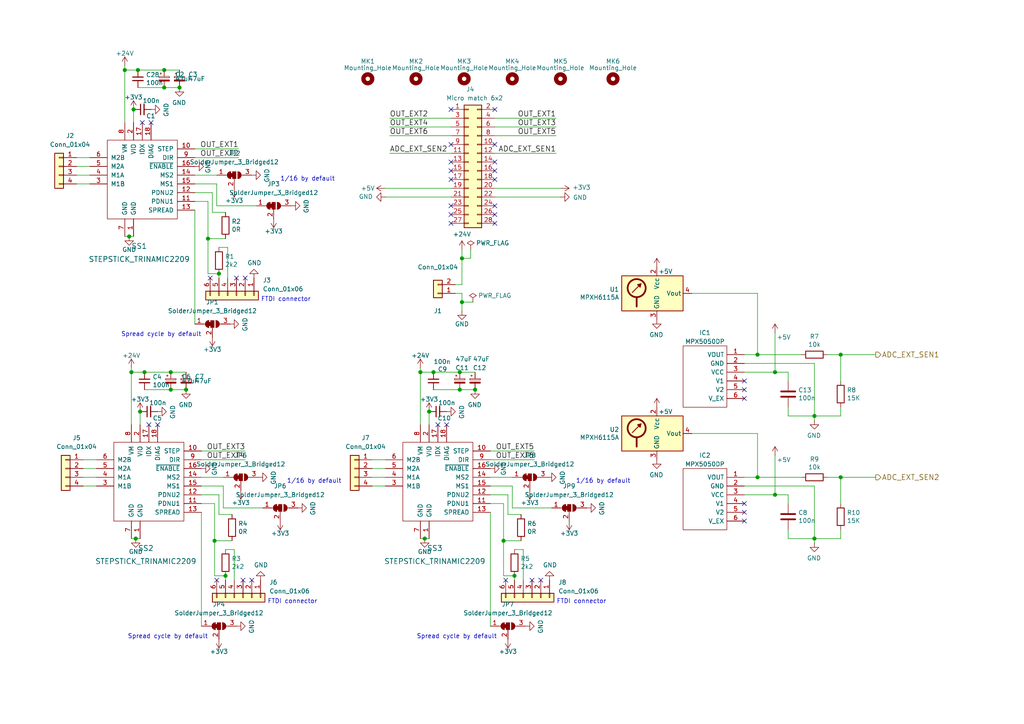
<source format=kicad_sch>
(kicad_sch (version 20210126) (generator eeschema)
  (paper "A4")
  (junction (at 36.195 20.32) (diameter 1.016))
  (junction (at 37.465 68.58) (diameter 1.016))
  (junction (at 38.1 107.95) (diameter 1.016))
  (junction (at 38.735 31.75) (diameter 1.016))
  (junction (at 39.37 156.21) (diameter 1.016))
  (junction (at 40.005 20.32) (diameter 1.016))
  (junction (at 40.64 119.38) (diameter 1.016))
  (junction (at 41.91 107.95) (diameter 1.016))
  (junction (at 47.625 20.32) (diameter 1.016))
  (junction (at 47.625 25.4) (diameter 1.016))
  (junction (at 49.53 107.95) (diameter 1.016))
  (junction (at 49.53 113.03) (diameter 1.016))
  (junction (at 52.07 25.4) (diameter 1.016))
  (junction (at 53.975 113.03) (diameter 1.016))
  (junction (at 60.325 69.215) (diameter 1.016))
  (junction (at 62.23 156.845) (diameter 1.016))
  (junction (at 63.5 79.375) (diameter 1.016))
  (junction (at 65.405 167.005) (diameter 1.016))
  (junction (at 121.92 107.95) (diameter 1.016))
  (junction (at 123.19 156.21) (diameter 1.016))
  (junction (at 124.46 119.38) (diameter 1.016))
  (junction (at 125.73 107.95) (diameter 1.016))
  (junction (at 133.35 107.95) (diameter 1.016))
  (junction (at 133.35 113.03) (diameter 1.016))
  (junction (at 133.985 74.93) (diameter 1.016))
  (junction (at 133.985 87.63) (diameter 1.016))
  (junction (at 137.795 113.03) (diameter 1.016))
  (junction (at 146.05 156.845) (diameter 1.016))
  (junction (at 149.225 167.005) (diameter 1.016))
  (junction (at 219.71 102.87) (diameter 1.016))
  (junction (at 219.71 138.43) (diameter 1.016))
  (junction (at 224.79 107.95) (diameter 1.016))
  (junction (at 224.79 143.51) (diameter 1.016))
  (junction (at 236.22 120.65) (diameter 1.016))
  (junction (at 236.22 156.21) (diameter 1.016))
  (junction (at 243.84 102.87) (diameter 1.016))
  (junction (at 243.84 138.43) (diameter 1.016))
  (no_connect (at 41.275 35.56))
  (no_connect (at 43.18 123.19))
  (no_connect (at 43.815 35.56))
  (no_connect (at 45.72 123.19))
  (no_connect (at 60.96 80.645))
  (no_connect (at 62.865 168.275))
  (no_connect (at 68.58 80.645))
  (no_connect (at 70.485 168.275))
  (no_connect (at 71.12 80.645))
  (no_connect (at 73.025 168.275))
  (no_connect (at 127 123.19))
  (no_connect (at 129.54 123.19))
  (no_connect (at 130.81 31.75))
  (no_connect (at 130.81 41.91))
  (no_connect (at 130.81 46.99))
  (no_connect (at 130.81 49.53))
  (no_connect (at 130.81 52.07))
  (no_connect (at 130.81 59.69))
  (no_connect (at 130.81 62.23))
  (no_connect (at 130.81 64.77))
  (no_connect (at 143.51 31.75))
  (no_connect (at 143.51 41.91))
  (no_connect (at 143.51 46.99))
  (no_connect (at 143.51 49.53))
  (no_connect (at 143.51 52.07))
  (no_connect (at 143.51 59.69))
  (no_connect (at 143.51 62.23))
  (no_connect (at 143.51 64.77))
  (no_connect (at 146.685 168.275))
  (no_connect (at 154.305 168.275))
  (no_connect (at 156.845 168.275))
  (no_connect (at 215.9 110.49))
  (no_connect (at 215.9 113.03))
  (no_connect (at 215.9 115.57))
  (no_connect (at 215.9 146.05))
  (no_connect (at 215.9 148.59))
  (no_connect (at 215.9 151.13))
  (wire (pts (xy 22.225 45.72) (xy 26.035 45.72)))
  (wire (pts (xy 22.225 48.26) (xy 26.035 48.26)))
  (wire (pts (xy 22.225 50.8) (xy 26.035 50.8)))
  (wire (pts (xy 22.225 53.34) (xy 26.035 53.34)))
  (wire (pts (xy 24.13 133.35) (xy 27.94 133.35)))
  (wire (pts (xy 24.13 135.89) (xy 27.94 135.89)))
  (wire (pts (xy 24.13 138.43) (xy 27.94 138.43)))
  (wire (pts (xy 24.13 140.97) (xy 27.94 140.97)))
  (wire (pts (xy 36.195 19.05) (xy 36.195 20.32)))
  (wire (pts (xy 36.195 20.32) (xy 36.195 35.56)))
  (wire (pts (xy 36.195 20.32) (xy 40.005 20.32)))
  (wire (pts (xy 37.465 68.58) (xy 36.195 68.58)))
  (wire (pts (xy 38.1 106.68) (xy 38.1 107.95)))
  (wire (pts (xy 38.1 107.95) (xy 38.1 123.19)))
  (wire (pts (xy 38.1 107.95) (xy 41.91 107.95)))
  (wire (pts (xy 38.735 31.75) (xy 38.735 35.56)))
  (wire (pts (xy 38.735 68.58) (xy 37.465 68.58)))
  (wire (pts (xy 39.37 156.21) (xy 38.1 156.21)))
  (wire (pts (xy 40.005 20.32) (xy 47.625 20.32)))
  (wire (pts (xy 40.005 25.4) (xy 47.625 25.4)))
  (wire (pts (xy 40.64 119.38) (xy 40.64 123.19)))
  (wire (pts (xy 40.64 156.21) (xy 39.37 156.21)))
  (wire (pts (xy 41.91 107.95) (xy 49.53 107.95)))
  (wire (pts (xy 41.91 113.03) (xy 49.53 113.03)))
  (wire (pts (xy 47.625 20.32) (xy 52.07 20.32)))
  (wire (pts (xy 49.53 107.95) (xy 53.975 107.95)))
  (wire (pts (xy 49.53 113.03) (xy 53.975 113.03)))
  (wire (pts (xy 52.07 25.4) (xy 47.625 25.4)))
  (wire (pts (xy 56.515 43.18) (xy 69.215 43.18)))
  (wire (pts (xy 56.515 45.72) (xy 69.215 45.72)))
  (wire (pts (xy 56.515 50.8) (xy 62.865 50.8)))
  (wire (pts (xy 56.515 53.34) (xy 62.865 53.34)))
  (wire (pts (xy 56.515 55.88) (xy 61.595 55.88)))
  (wire (pts (xy 56.515 58.42) (xy 60.325 58.42)))
  (wire (pts (xy 56.515 60.96) (xy 56.515 93.98)))
  (wire (pts (xy 58.42 130.81) (xy 71.12 130.81)))
  (wire (pts (xy 58.42 133.35) (xy 71.12 133.35)))
  (wire (pts (xy 58.42 138.43) (xy 64.77 138.43)))
  (wire (pts (xy 58.42 140.97) (xy 64.77 140.97)))
  (wire (pts (xy 58.42 143.51) (xy 63.5 143.51)))
  (wire (pts (xy 58.42 146.05) (xy 62.23 146.05)))
  (wire (pts (xy 58.42 148.59) (xy 58.42 181.61)))
  (wire (pts (xy 60.325 58.42) (xy 60.325 69.215)))
  (wire (pts (xy 60.325 69.215) (xy 65.405 69.215)))
  (wire (pts (xy 60.325 79.375) (xy 60.325 69.215)))
  (wire (pts (xy 60.325 79.375) (xy 63.5 79.375)))
  (wire (pts (xy 61.595 55.88) (xy 61.595 61.595)))
  (wire (pts (xy 62.23 146.05) (xy 62.23 156.845)))
  (wire (pts (xy 62.23 156.845) (xy 67.31 156.845)))
  (wire (pts (xy 62.23 167.005) (xy 62.23 156.845)))
  (wire (pts (xy 62.23 167.005) (xy 65.405 167.005)))
  (wire (pts (xy 62.865 53.34) (xy 62.865 59.69)))
  (wire (pts (xy 62.865 59.69) (xy 74.295 59.69)))
  (wire (pts (xy 63.5 71.755) (xy 66.04 71.755)))
  (wire (pts (xy 63.5 79.375) (xy 63.5 80.645)))
  (wire (pts (xy 63.5 143.51) (xy 63.5 149.225)))
  (wire (pts (xy 64.77 140.97) (xy 64.77 147.32)))
  (wire (pts (xy 64.77 147.32) (xy 76.2 147.32)))
  (wire (pts (xy 65.405 61.595) (xy 61.595 61.595)))
  (wire (pts (xy 65.405 159.385) (xy 67.945 159.385)))
  (wire (pts (xy 65.405 167.005) (xy 65.405 168.275)))
  (wire (pts (xy 66.04 71.755) (xy 66.04 80.645)))
  (wire (pts (xy 67.31 149.225) (xy 63.5 149.225)))
  (wire (pts (xy 67.945 159.385) (xy 67.945 168.275)))
  (wire (pts (xy 107.95 133.35) (xy 111.76 133.35)))
  (wire (pts (xy 107.95 135.89) (xy 111.76 135.89)))
  (wire (pts (xy 107.95 138.43) (xy 111.76 138.43)))
  (wire (pts (xy 107.95 140.97) (xy 111.76 140.97)))
  (wire (pts (xy 111.76 54.61) (xy 130.81 54.61)))
  (wire (pts (xy 111.76 57.15) (xy 130.81 57.15)))
  (wire (pts (xy 113.03 34.29) (xy 130.81 34.29)))
  (wire (pts (xy 113.03 36.83) (xy 130.81 36.83)))
  (wire (pts (xy 113.03 39.37) (xy 130.81 39.37)))
  (wire (pts (xy 113.03 44.45) (xy 130.81 44.45)))
  (wire (pts (xy 121.92 106.68) (xy 121.92 107.95)))
  (wire (pts (xy 121.92 107.95) (xy 121.92 123.19)))
  (wire (pts (xy 121.92 107.95) (xy 125.73 107.95)))
  (wire (pts (xy 123.19 156.21) (xy 121.92 156.21)))
  (wire (pts (xy 124.46 119.38) (xy 124.46 123.19)))
  (wire (pts (xy 124.46 156.21) (xy 123.19 156.21)))
  (wire (pts (xy 125.73 107.95) (xy 133.35 107.95)))
  (wire (pts (xy 125.73 113.03) (xy 133.35 113.03)))
  (wire (pts (xy 132.08 82.55) (xy 133.985 82.55)))
  (wire (pts (xy 132.08 85.09) (xy 133.985 85.09)))
  (wire (pts (xy 133.35 107.95) (xy 137.795 107.95)))
  (wire (pts (xy 133.35 113.03) (xy 137.795 113.03)))
  (wire (pts (xy 133.985 72.39) (xy 133.985 74.93)))
  (wire (pts (xy 133.985 74.93) (xy 133.985 82.55)))
  (wire (pts (xy 133.985 74.93) (xy 136.525 74.93)))
  (wire (pts (xy 133.985 85.09) (xy 133.985 87.63)))
  (wire (pts (xy 133.985 87.63) (xy 133.985 90.17)))
  (wire (pts (xy 133.985 87.63) (xy 137.16 87.63)))
  (wire (pts (xy 136.525 72.39) (xy 136.525 74.93)))
  (wire (pts (xy 142.24 130.81) (xy 154.94 130.81)))
  (wire (pts (xy 142.24 133.35) (xy 154.94 133.35)))
  (wire (pts (xy 142.24 138.43) (xy 148.59 138.43)))
  (wire (pts (xy 142.24 140.97) (xy 148.59 140.97)))
  (wire (pts (xy 142.24 143.51) (xy 147.32 143.51)))
  (wire (pts (xy 142.24 146.05) (xy 146.05 146.05)))
  (wire (pts (xy 142.24 148.59) (xy 142.24 181.61)))
  (wire (pts (xy 143.51 34.29) (xy 161.29 34.29)))
  (wire (pts (xy 143.51 36.83) (xy 161.29 36.83)))
  (wire (pts (xy 143.51 39.37) (xy 161.29 39.37)))
  (wire (pts (xy 143.51 44.45) (xy 161.29 44.45)))
  (wire (pts (xy 143.51 54.61) (xy 162.56 54.61)))
  (wire (pts (xy 143.51 57.15) (xy 162.56 57.15)))
  (wire (pts (xy 146.05 146.05) (xy 146.05 156.845)))
  (wire (pts (xy 146.05 156.845) (xy 151.13 156.845)))
  (wire (pts (xy 146.05 167.005) (xy 146.05 156.845)))
  (wire (pts (xy 146.05 167.005) (xy 149.225 167.005)))
  (wire (pts (xy 147.32 143.51) (xy 147.32 149.225)))
  (wire (pts (xy 148.59 140.97) (xy 148.59 147.32)))
  (wire (pts (xy 148.59 147.32) (xy 160.02 147.32)))
  (wire (pts (xy 149.225 159.385) (xy 151.765 159.385)))
  (wire (pts (xy 149.225 167.005) (xy 149.225 168.275)))
  (wire (pts (xy 151.13 149.225) (xy 147.32 149.225)))
  (wire (pts (xy 151.765 159.385) (xy 151.765 168.275)))
  (wire (pts (xy 200.66 85.09) (xy 219.71 85.09)))
  (wire (pts (xy 200.66 125.73) (xy 219.71 125.73)))
  (wire (pts (xy 215.9 102.87) (xy 219.71 102.87)))
  (wire (pts (xy 215.9 138.43) (xy 219.71 138.43)))
  (wire (pts (xy 219.71 85.09) (xy 219.71 102.87)))
  (wire (pts (xy 219.71 102.87) (xy 232.41 102.87)))
  (wire (pts (xy 219.71 125.73) (xy 219.71 138.43)))
  (wire (pts (xy 219.71 138.43) (xy 232.41 138.43)))
  (wire (pts (xy 224.79 96.52) (xy 224.79 107.95)))
  (wire (pts (xy 224.79 107.95) (xy 215.9 107.95)))
  (wire (pts (xy 224.79 132.08) (xy 224.79 143.51)))
  (wire (pts (xy 224.79 143.51) (xy 215.9 143.51)))
  (wire (pts (xy 228.6 107.95) (xy 224.79 107.95)))
  (wire (pts (xy 228.6 110.49) (xy 228.6 107.95)))
  (wire (pts (xy 228.6 118.11) (xy 228.6 120.65)))
  (wire (pts (xy 228.6 120.65) (xy 236.22 120.65)))
  (wire (pts (xy 228.6 143.51) (xy 224.79 143.51)))
  (wire (pts (xy 228.6 146.05) (xy 228.6 143.51)))
  (wire (pts (xy 228.6 153.67) (xy 228.6 156.21)))
  (wire (pts (xy 228.6 156.21) (xy 236.22 156.21)))
  (wire (pts (xy 236.22 105.41) (xy 215.9 105.41)))
  (wire (pts (xy 236.22 120.65) (xy 236.22 105.41)))
  (wire (pts (xy 236.22 120.65) (xy 236.22 121.92)))
  (wire (pts (xy 236.22 120.65) (xy 243.84 120.65)))
  (wire (pts (xy 236.22 140.97) (xy 215.9 140.97)))
  (wire (pts (xy 236.22 156.21) (xy 236.22 140.97)))
  (wire (pts (xy 236.22 156.21) (xy 236.22 157.48)))
  (wire (pts (xy 236.22 156.21) (xy 243.84 156.21)))
  (wire (pts (xy 243.84 102.87) (xy 240.03 102.87)))
  (wire (pts (xy 243.84 102.87) (xy 254 102.87)))
  (wire (pts (xy 243.84 110.49) (xy 243.84 102.87)))
  (wire (pts (xy 243.84 120.65) (xy 243.84 118.11)))
  (wire (pts (xy 243.84 138.43) (xy 240.03 138.43)))
  (wire (pts (xy 243.84 138.43) (xy 254 138.43)))
  (wire (pts (xy 243.84 146.05) (xy 243.84 138.43)))
  (wire (pts (xy 243.84 156.21) (xy 243.84 153.67)))
  (text "Spread cycle by default" (at 58.42 97.79 180) (effects (font (size 1.27 1.27)) (justify right bottom)))
  (text "Spread cycle by default" (at 60.325 185.42 180) (effects (font (size 1.27 1.27)) (justify right bottom)))
  (text "FTDI connector" (at 90.17 87.63 180) (effects (font (size 1.27 1.27)) (justify right bottom)))
  (text "FTDI connector" (at 92.075 175.26 180) (effects (font (size 1.27 1.27)) (justify right bottom)))
  (text "1/16 by default\n" (at 97.155 52.705 180) (effects (font (size 1.27 1.27)) (justify right bottom)))
  (text "1/16 by default\n" (at 99.06 140.335 180) (effects (font (size 1.27 1.27)) (justify right bottom)))
  (text "Spread cycle by default" (at 144.145 185.42 180) (effects (font (size 1.27 1.27)) (justify right bottom)))
  (text "FTDI connector" (at 175.895 175.26 180) (effects (font (size 1.27 1.27)) (justify right bottom)))
  (text "1/16 by default\n" (at 182.88 140.335 180) (effects (font (size 1.27 1.27)) (justify right bottom)))
  (label "OUT_EXT1" (at 69.215 43.18 180) (effects (font (size 1.524 1.524))))
  (label "OUT_EXT2" (at 69.215 45.72 180) (effects (font (size 1.524 1.524))))
  (label "OUT_EXT3" (at 71.12 130.81 180) (effects (font (size 1.524 1.524))))
  (label "OUT_EXT4" (at 71.12 133.35 180) (effects (font (size 1.524 1.524))))
  (label "OUT_EXT2" (at 113.03 34.29 0) (effects (font (size 1.524 1.524))))
  (label "OUT_EXT4" (at 113.03 36.83 0) (effects (font (size 1.524 1.524))))
  (label "OUT_EXT6" (at 113.03 39.37 0) (effects (font (size 1.524 1.524))))
  (label "ADC_EXT_SEN2" (at 113.03 44.45 0) (effects (font (size 1.524 1.524))))
  (label "OUT_EXT5" (at 154.94 130.81 180) (effects (font (size 1.524 1.524))))
  (label "OUT_EXT6" (at 154.94 133.35 180) (effects (font (size 1.524 1.524))))
  (label "OUT_EXT1" (at 161.29 34.29 180) (effects (font (size 1.524 1.524))))
  (label "OUT_EXT3" (at 161.29 36.83 180) (effects (font (size 1.524 1.524))))
  (label "OUT_EXT5" (at 161.29 39.37 180) (effects (font (size 1.524 1.524))))
  (label "ADC_EXT_SEN1" (at 161.29 44.45 180) (effects (font (size 1.524 1.524))))
  (hierarchical_label "ADC_EXT_SEN1" (shape output) (at 254 102.87 0) (effects (font (size 1.524 1.524))))
  (hierarchical_label "ADC_EXT_SEN2" (shape output) (at 254 138.43 0) (effects (font (size 1.524 1.524))))
  (symbol (lib_id "Uni_stick-rescue:PWR_FLAG-power-Uni_stick-rescue") (at 136.525 72.39 0) (unit 1)
    (property "Reference" "#FLG02" (effects hide))
    (property "Value" "PWR_FLAG" (at 142.875 70.485 0))
  )
  (symbol (lib_id "Uni_stick-rescue:PWR_FLAG-power-Uni_stick-rescue") (at 137.16 87.63 0) (unit 1)
    (property "Reference" "#FLG01" (effects hide))
    (property "Value" "PWR_FLAG" (at 143.51 85.725 0))
  )
  (symbol (lib_id "Uni_stick-rescue:+24V-Sensor_tank_v1-rescue-Uni_General_v1-rescue-Uni_Printer_v1-rescue-Uni_Printer-rescue-Uni_stick-rescue") (at 36.195 19.05 0) (mirror y) (unit 1)
    (property "Reference" "#PWR03" (effects hide))
    (property "Value" "+24V" (at 36.195 15.494 0))
  )
  (symbol (lib_id "Uni_stick-rescue:+24V-Sensor_tank_v1-rescue-Uni_General_v1-rescue-Uni_Printer_v1-rescue-Uni_Printer-rescue-Uni_stick-rescue") (at 38.1 106.68 0) (mirror y) (unit 1)
    (property "Reference" "#PWR016" (effects hide))
    (property "Value" "+24V" (at 38.1 103.124 0))
  )
  (symbol (lib_id "Uni_stick-rescue:+3.3V-Sensor_tank_v1-rescue-Uni_General_v1-rescue-Uni_Printer_v1-rescue-Uni_Printer-rescue-Uni_stick-rescue") (at 38.735 31.75 0) (mirror y) (unit 1)
    (property "Reference" "#PWR05" (effects hide))
    (property "Value" "+3.3V" (at 38.735 28.194 0))
  )
  (symbol (lib_id "Uni_stick-rescue:+3.3V-Sensor_tank_v1-rescue-Uni_General_v1-rescue-Uni_Printer_v1-rescue-Uni_Printer-rescue-Uni_stick-rescue") (at 40.64 119.38 0) (mirror y) (unit 1)
    (property "Reference" "#PWR018" (effects hide))
    (property "Value" "+3.3V" (at 40.64 115.824 0))
  )
  (symbol (lib_id "Uni_stick-rescue:+3.3V-Sensor_tank_v1-rescue-Uni_General_v1-rescue-Uni_Printer_v1-rescue-Uni_Printer-rescue-Uni_stick-rescue") (at 61.595 97.79 180) (unit 1)
    (property "Reference" "#PWR07" (effects hide))
    (property "Value" "+3.3V" (at 61.595 101.346 0))
  )
  (symbol (lib_id "Uni_stick-rescue:+3.3V-Sensor_tank_v1-rescue-Uni_General_v1-rescue-Uni_Printer_v1-rescue-Uni_Printer-rescue-Uni_stick-rescue") (at 63.5 185.42 180) (unit 1)
    (property "Reference" "#PWR022" (effects hide))
    (property "Value" "+3.3V" (at 63.5 188.976 0))
  )
  (symbol (lib_id "Uni_stick-rescue:+3.3V-Sensor_tank_v1-rescue-Uni_General_v1-rescue-Uni_Printer_v1-rescue-Uni_Printer-rescue-Uni_stick-rescue") (at 67.945 54.61 180) (unit 1)
    (property "Reference" "#PWR09" (effects hide))
    (property "Value" "+3.3V" (at 67.945 58.166 0))
  )
  (symbol (lib_id "Uni_stick-rescue:+3.3V-Sensor_tank_v1-rescue-Uni_General_v1-rescue-Uni_Printer_v1-rescue-Uni_Printer-rescue-Uni_stick-rescue") (at 69.85 142.24 180) (unit 1)
    (property "Reference" "#PWR024" (effects hide))
    (property "Value" "+3.3V" (at 69.85 145.796 0))
  )
  (symbol (lib_id "Uni_stick-rescue:+3.3V-Sensor_tank_v1-rescue-Uni_General_v1-rescue-Uni_Printer_v1-rescue-Uni_Printer-rescue-Uni_stick-rescue") (at 79.375 63.5 180) (unit 1)
    (property "Reference" "#PWR012" (effects hide))
    (property "Value" "+3.3V" (at 79.375 67.056 0))
  )
  (symbol (lib_id "Uni_stick-rescue:+3.3V-Sensor_tank_v1-rescue-Uni_General_v1-rescue-Uni_Printer_v1-rescue-Uni_Printer-rescue-Uni_stick-rescue") (at 81.28 151.13 180) (unit 1)
    (property "Reference" "#PWR027" (effects hide))
    (property "Value" "+3.3V" (at 81.28 154.686 0))
  )
  (symbol (lib_id "Uni_stick-rescue:+5V-power-Uni_stick-rescue") (at 111.76 54.61 90) (unit 1)
    (property "Reference" "#PWR043" (effects hide))
    (property "Value" "+5V" (at 106.68 54.61 90))
  )
  (symbol (lib_id "Uni_stick-rescue:+24V-Sensor_tank_v1-rescue-Uni_General_v1-rescue-Uni_Printer_v1-rescue-Uni_Printer-rescue-Uni_stick-rescue") (at 121.92 106.68 0) (mirror y) (unit 1)
    (property "Reference" "#PWR032" (effects hide))
    (property "Value" "+24V" (at 121.92 103.124 0))
  )
  (symbol (lib_id "Uni_stick-rescue:+3.3V-Sensor_tank_v1-rescue-Uni_General_v1-rescue-Uni_Printer_v1-rescue-Uni_Printer-rescue-Uni_stick-rescue") (at 124.46 119.38 0) (mirror y) (unit 1)
    (property "Reference" "#PWR034" (effects hide))
    (property "Value" "+3.3V" (at 124.46 115.824 0))
  )
  (symbol (lib_id "Uni_stick-rescue:+24V-Sensor_tank_v1-rescue-Uni_General_v1-rescue-Uni_Printer_v1-rescue-Uni_Printer-rescue-Uni_stick-rescue") (at 133.985 72.39 0) (unit 1)
    (property "Reference" "#PWR02" (effects hide))
    (property "Value" "+24V" (at 133.985 67.945 0))
  )
  (symbol (lib_id "Uni_stick-rescue:+3.3V-Sensor_tank_v1-rescue-Uni_General_v1-rescue-Uni_Printer_v1-rescue-Uni_Printer-rescue-Uni_stick-rescue") (at 147.32 185.42 180) (unit 1)
    (property "Reference" "#PWR038" (effects hide))
    (property "Value" "+3.3V" (at 147.32 188.976 0))
  )
  (symbol (lib_id "Uni_stick-rescue:+3.3V-Sensor_tank_v1-rescue-Uni_General_v1-rescue-Uni_Printer_v1-rescue-Uni_Printer-rescue-Uni_stick-rescue") (at 153.67 142.24 180) (unit 1)
    (property "Reference" "#PWR040" (effects hide))
    (property "Value" "+3.3V" (at 153.67 145.796 0))
  )
  (symbol (lib_id "Uni_stick-rescue:+3.3V-Sensor_tank_v1-rescue-Uni_General_v1-rescue-Uni_Printer_v1-rescue-Uni_Printer-rescue-Uni_stick-rescue") (at 162.56 54.61 270) (unit 1)
    (property "Reference" "#PWR014" (effects hide))
    (property "Value" "+3.3V" (at 168.656 54.356 90))
  )
  (symbol (lib_id "Uni_stick-rescue:+3.3V-Sensor_tank_v1-rescue-Uni_General_v1-rescue-Uni_Printer_v1-rescue-Uni_Printer-rescue-Uni_stick-rescue") (at 165.1 151.13 180) (unit 1)
    (property "Reference" "#PWR044" (effects hide))
    (property "Value" "+3.3V" (at 165.1 154.686 0))
  )
  (symbol (lib_id "Uni_stick-rescue:+5V-power-Uni_stick-rescue") (at 190.5 77.47 0) (unit 1)
    (property "Reference" "#PWR0109" (effects hide))
    (property "Value" "+5V" (at 193.04 78.74 0))
  )
  (symbol (lib_id "Uni_stick-rescue:+5V-power-Uni_stick-rescue") (at 190.5 118.11 0) (unit 1)
    (property "Reference" "#PWR0108" (effects hide))
    (property "Value" "+5V" (at 193.04 119.38 0))
  )
  (symbol (lib_id "Uni_stick-rescue:+5V-power-Uni_stick-rescue") (at 224.79 96.52 0) (unit 1)
    (property "Reference" "#PWR046" (effects hide))
    (property "Value" "+5V" (at 227.33 97.79 0))
  )
  (symbol (lib_id "Uni_stick-rescue:+5V-power-Uni_stick-rescue") (at 224.79 132.08 0) (unit 1)
    (property "Reference" "#PWR0104" (effects hide))
    (property "Value" "+5V" (at 227.33 133.35 0))
  )
  (symbol (lib_id "Uni_stick-rescue:GND-Sensor_tank_v1-rescue-Uni_General_v1-rescue-Uni_Printer_v1-rescue-Uni_Printer-rescue-Uni_stick-rescue") (at 37.465 68.58 0) (mirror y) (unit 1)
    (property "Reference" "#PWR04" (effects hide))
    (property "Value" "GND" (at 37.465 72.39 0))
  )
  (symbol (lib_id "Uni_stick-rescue:GND-Sensor_tank_v1-rescue-Uni_General_v1-rescue-Uni_Printer_v1-rescue-Uni_Printer-rescue-Uni_stick-rescue") (at 39.37 156.21 0) (mirror y) (unit 1)
    (property "Reference" "#PWR017" (effects hide))
    (property "Value" "GND" (at 39.37 160.02 0))
  )
  (symbol (lib_id "Uni_stick-rescue:GND-power-Uni_stick-rescue") (at 43.815 31.75 90) (mirror x) (unit 1)
    (property "Reference" "#PWR0101" (effects hide))
    (property "Value" "GND" (at 48.2092 31.877 0))
  )
  (symbol (lib_id "Uni_stick-rescue:GND-power-Uni_stick-rescue") (at 45.72 119.38 90) (mirror x) (unit 1)
    (property "Reference" "#PWR019" (effects hide))
    (property "Value" "GND" (at 50.1142 119.507 0))
  )
  (symbol (lib_id "Uni_stick-rescue:GND-power-Uni_stick-rescue") (at 52.07 25.4 0) (mirror y) (unit 1)
    (property "Reference" "#PWR0102" (effects hide))
    (property "Value" "GND" (at 51.943 29.7942 0))
  )
  (symbol (lib_id "Uni_stick-rescue:GND-power-Uni_stick-rescue") (at 53.975 113.03 0) (mirror y) (unit 1)
    (property "Reference" "#PWR020" (effects hide))
    (property "Value" "GND" (at 53.848 117.4242 0))
  )
  (symbol (lib_id "Uni_stick-rescue:GND-Sensor_tank_v1-rescue-Uni_General_v1-rescue-Uni_Printer_v1-rescue-Uni_Printer-rescue-Uni_stick-rescue") (at 56.515 48.26 90) (mirror x) (unit 1)
    (property "Reference" "#PWR06" (effects hide))
    (property "Value" "GND" (at 60.325 48.26 0))
  )
  (symbol (lib_id "Uni_stick-rescue:GND-Sensor_tank_v1-rescue-Uni_General_v1-rescue-Uni_Printer_v1-rescue-Uni_Printer-rescue-Uni_stick-rescue") (at 58.42 135.89 90) (mirror x) (unit 1)
    (property "Reference" "#PWR021" (effects hide))
    (property "Value" "GND" (at 62.23 135.89 0))
  )
  (symbol (lib_id "Uni_stick-rescue:GND-power-Uni_stick-rescue") (at 66.675 93.98 90) (mirror x) (unit 1)
    (property "Reference" "#PWR08" (effects hide))
    (property "Value" "GND" (at 71.0692 94.107 0))
  )
  (symbol (lib_id "Uni_stick-rescue:GND-power-Uni_stick-rescue") (at 68.58 181.61 90) (mirror x) (unit 1)
    (property "Reference" "#PWR023" (effects hide))
    (property "Value" "GND" (at 72.9742 181.737 0))
  )
  (symbol (lib_id "Uni_stick-rescue:GND-power-Uni_stick-rescue") (at 73.025 50.8 90) (mirror x) (unit 1)
    (property "Reference" "#PWR010" (effects hide))
    (property "Value" "GND" (at 77.4192 50.927 0))
  )
  (symbol (lib_id "Uni_stick-rescue:GND-power-Uni_stick-rescue") (at 73.66 80.645 0) (mirror x) (unit 1)
    (property "Reference" "#PWR011" (effects hide))
    (property "Value" "GND" (at 73.787 76.2508 0))
  )
  (symbol (lib_id "Uni_stick-rescue:GND-power-Uni_stick-rescue") (at 74.93 138.43 90) (mirror x) (unit 1)
    (property "Reference" "#PWR025" (effects hide))
    (property "Value" "GND" (at 79.3242 138.557 0))
  )
  (symbol (lib_id "Uni_stick-rescue:GND-power-Uni_stick-rescue") (at 75.565 168.275 0) (mirror x) (unit 1)
    (property "Reference" "#PWR026" (effects hide))
    (property "Value" "GND" (at 75.692 163.8808 0))
  )
  (symbol (lib_id "Uni_stick-rescue:GND-power-Uni_stick-rescue") (at 84.455 59.69 90) (mirror x) (unit 1)
    (property "Reference" "#PWR013" (effects hide))
    (property "Value" "GND" (at 88.8492 59.817 0))
  )
  (symbol (lib_id "Uni_stick-rescue:GND-power-Uni_stick-rescue") (at 86.36 147.32 90) (mirror x) (unit 1)
    (property "Reference" "#PWR031" (effects hide))
    (property "Value" "GND" (at 90.7542 147.447 0))
  )
  (symbol (lib_id "Uni_stick-rescue:GND-power-Uni_stick-rescue") (at 111.76 57.15 270) (mirror x) (unit 1)
    (property "Reference" "#PWR0106" (effects hide))
    (property "Value" "GND" (at 106.0958 57.023 90))
  )
  (symbol (lib_id "Uni_stick-rescue:GND-Sensor_tank_v1-rescue-Uni_General_v1-rescue-Uni_Printer_v1-rescue-Uni_Printer-rescue-Uni_stick-rescue") (at 123.19 156.21 0) (mirror y) (unit 1)
    (property "Reference" "#PWR033" (effects hide))
    (property "Value" "GND" (at 123.19 160.02 0))
  )
  (symbol (lib_id "Uni_stick-rescue:GND-power-Uni_stick-rescue") (at 129.54 119.38 90) (mirror x) (unit 1)
    (property "Reference" "#PWR035" (effects hide))
    (property "Value" "GND" (at 133.9342 119.507 0))
  )
  (symbol (lib_id "Uni_stick-rescue:GND-Sensor_tank_v1-rescue-Uni_General_v1-rescue-Uni_Printer_v1-rescue-Uni_Printer-rescue-Uni_stick-rescue") (at 133.985 90.17 0) (unit 1)
    (property "Reference" "#PWR01" (effects hide))
    (property "Value" "GND" (at 133.985 93.98 0))
  )
  (symbol (lib_id "Uni_stick-rescue:GND-power-Uni_stick-rescue") (at 137.795 113.03 0) (mirror y) (unit 1)
    (property "Reference" "#PWR036" (effects hide))
    (property "Value" "GND" (at 137.668 117.4242 0))
  )
  (symbol (lib_id "Uni_stick-rescue:GND-Sensor_tank_v1-rescue-Uni_General_v1-rescue-Uni_Printer_v1-rescue-Uni_Printer-rescue-Uni_stick-rescue") (at 142.24 135.89 90) (mirror x) (unit 1)
    (property "Reference" "#PWR037" (effects hide))
    (property "Value" "GND" (at 146.05 135.89 0))
  )
  (symbol (lib_id "Uni_stick-rescue:GND-power-Uni_stick-rescue") (at 152.4 181.61 90) (mirror x) (unit 1)
    (property "Reference" "#PWR039" (effects hide))
    (property "Value" "GND" (at 156.7942 181.737 0))
  )
  (symbol (lib_id "Uni_stick-rescue:GND-power-Uni_stick-rescue") (at 158.75 138.43 90) (mirror x) (unit 1)
    (property "Reference" "#PWR041" (effects hide))
    (property "Value" "GND" (at 163.1442 138.557 0))
  )
  (symbol (lib_id "Uni_stick-rescue:GND-power-Uni_stick-rescue") (at 159.385 168.275 0) (mirror x) (unit 1)
    (property "Reference" "#PWR042" (effects hide))
    (property "Value" "GND" (at 159.512 163.8808 0))
  )
  (symbol (lib_id "Uni_stick-rescue:GND-power-Uni_stick-rescue") (at 162.56 57.15 90) (mirror x) (unit 1)
    (property "Reference" "#PWR0103" (effects hide))
    (property "Value" "GND" (at 168.2242 57.277 90))
  )
  (symbol (lib_id "Uni_stick-rescue:GND-power-Uni_stick-rescue") (at 170.18 147.32 90) (mirror x) (unit 1)
    (property "Reference" "#PWR045" (effects hide))
    (property "Value" "GND" (at 174.5742 147.447 0))
  )
  (symbol (lib_id "Uni_stick-rescue:GND-power-Uni_stick-rescue") (at 190.5 92.71 0) (mirror y) (unit 1)
    (property "Reference" "#PWR0110" (effects hide))
    (property "Value" "GND" (at 190.373 97.1042 0))
  )
  (symbol (lib_id "Uni_stick-rescue:GND-power-Uni_stick-rescue") (at 190.5 133.35 0) (mirror y) (unit 1)
    (property "Reference" "#PWR0107" (effects hide))
    (property "Value" "GND" (at 190.373 137.7442 0))
  )
  (symbol (lib_id "Uni_stick-rescue:GND-power-Uni_stick-rescue") (at 236.22 121.92 0) (mirror y) (unit 1)
    (property "Reference" "#PWR047" (effects hide))
    (property "Value" "GND" (at 236.093 126.3142 0))
  )
  (symbol (lib_id "Uni_stick-rescue:GND-power-Uni_stick-rescue") (at 236.22 157.48 0) (mirror y) (unit 1)
    (property "Reference" "#PWR0105" (effects hide))
    (property "Value" "GND" (at 236.093 161.8742 0))
  )
  (symbol (lib_id "Uni_stick-rescue:Mounting_Hole-Sensor_tank_v1-rescue-Uni_General_v1-rescue-Uni_Printer_v1-rescue-Uni_Printer-rescue-Uni_stick-rescue") (at 106.68 22.86 0) (unit 1)
    (property "Reference" "MK1" (at 106.68 17.78 0))
    (property "Value" "Mounting_Hole" (at 106.68 19.685 0))
    (property "Footprint" "MountingHole:MountingHole_3.2mm_M3" (effects hide))
  )
  (symbol (lib_id "Uni_stick-rescue:Mounting_Hole-Sensor_tank_v1-rescue-Uni_General_v1-rescue-Uni_Printer_v1-rescue-Uni_Printer-rescue-Uni_stick-rescue") (at 120.65 22.86 0) (unit 1)
    (property "Reference" "MK2" (at 120.65 17.78 0))
    (property "Value" "Mounting_Hole" (at 120.65 19.685 0))
    (property "Footprint" "MountingHole:MountingHole_3.2mm_M3" (effects hide))
  )
  (symbol (lib_id "Uni_stick-rescue:Mounting_Hole-Sensor_tank_v1-rescue-Uni_General_v1-rescue-Uni_Printer_v1-rescue-Uni_Printer-rescue-Uni_stick-rescue") (at 134.62 22.86 0) (unit 1)
    (property "Reference" "MK3" (at 134.62 17.78 0))
    (property "Value" "Mounting_Hole" (at 134.62 19.685 0))
    (property "Footprint" "MountingHole:MountingHole_3.2mm_M3" (effects hide))
  )
  (symbol (lib_id "Uni_stick-rescue:Mounting_Hole-Sensor_tank_v1-rescue-Uni_General_v1-rescue-Uni_Printer_v1-rescue-Uni_Printer-rescue-Uni_stick-rescue") (at 148.59 22.86 0) (unit 1)
    (property "Reference" "MK4" (at 148.59 17.78 0))
    (property "Value" "Mounting_Hole" (at 148.59 19.685 0))
    (property "Footprint" "MountingHole:MountingHole_3.2mm_M3" (effects hide))
  )
  (symbol (lib_id "Uni_stick-rescue:Mounting_Hole-Sensor_tank_v1-rescue-Uni_General_v1-rescue-Uni_Printer_v1-rescue-Uni_Printer-rescue-Uni_stick-rescue") (at 162.56 22.86 0) (unit 1)
    (property "Reference" "MK5" (at 162.56 17.78 0))
    (property "Value" "Mounting_Hole" (at 162.56 19.685 0))
    (property "Footprint" "MountingHole:MountingHole_3.2mm_M3" (effects hide))
  )
  (symbol (lib_id "Uni_stick-rescue:Mounting_Hole-Sensor_tank_v1-rescue-Uni_General_v1-rescue-Uni_Printer_v1-rescue-Uni_Printer-rescue-Uni_stick-rescue") (at 177.8 22.86 0) (unit 1)
    (property "Reference" "MK6" (at 177.8 17.78 0))
    (property "Value" "Mounting_Hole" (at 177.8 19.685 0))
    (property "Footprint" "MountingHole:MountingHole_3.2mm_M3" (effects hide))
  )
  (symbol (lib_id "Uni_stick-rescue:CP_Small-Device-Uni_stick-rescue") (at 47.625 22.86 0) (unit 1)
    (property "Reference" "C2" (at 50.8 21.59 0) (effects (justify left)))
    (property "Value" "47uF" (at 50.8 22.86 0) (effects (justify left)))
    (property "Footprint" "Capacitor_Tantalum_SMD:CP_EIA-7343-43_Kemet-X" (effects hide))
  )
  (symbol (lib_id "Uni_stick-rescue:CP_Small-Device-Uni_stick-rescue") (at 49.53 110.49 0) (unit 1)
    (property "Reference" "C6" (at 52.705 109.22 0) (effects (justify left)))
    (property "Value" "47uF" (at 52.705 110.49 0) (effects (justify left)))
    (property "Footprint" "Capacitor_Tantalum_SMD:CP_EIA-7343-43_Kemet-X" (effects hide))
  )
  (symbol (lib_id "Uni_stick-rescue:CP_Small-Device-Uni_stick-rescue") (at 52.07 22.86 0) (unit 1)
    (property "Reference" "C3" (at 54.61 21.59 0) (effects (justify left)))
    (property "Value" "47uF" (at 54.61 22.86 0) (effects (justify left)))
    (property "Footprint" "Capacitor_Tantalum_SMD:CP_EIA-7343-43_Kemet-X" (effects hide))
  )
  (symbol (lib_id "Uni_stick-rescue:CP_Small-Device-Uni_stick-rescue") (at 53.975 110.49 0) (unit 1)
    (property "Reference" "C7" (at 56.515 109.22 0) (effects (justify left)))
    (property "Value" "47uF" (at 56.515 110.49 0) (effects (justify left)))
    (property "Footprint" "Capacitor_Tantalum_SMD:CP_EIA-7343-43_Kemet-X" (effects hide))
  )
  (symbol (lib_id "Uni_stick-rescue:CP_Small-Device-Uni_stick-rescue") (at 133.35 110.49 0) (unit 1)
    (property "Reference" "C11" (at 132.08 106.68 0) (effects (justify left)))
    (property "Value" "47uF" (at 132.08 104.14 0) (effects (justify left)))
    (property "Footprint" "Capacitor_Tantalum_SMD:CP_EIA-7343-43_Kemet-X" (effects hide))
  )
  (symbol (lib_id "Uni_stick-rescue:CP_Small-Device-Uni_stick-rescue") (at 137.795 110.49 0) (unit 1)
    (property "Reference" "C12" (at 137.16 106.68 0) (effects (justify left)))
    (property "Value" "47uF" (at 137.16 104.14 0) (effects (justify left)))
    (property "Footprint" "Capacitor_Tantalum_SMD:CP_EIA-7343-43_Kemet-X" (effects hide))
  )
  (symbol (lib_id "Uni_stick-rescue:R-Device-Uni_stick-rescue") (at 63.5 75.565 0) (unit 1)
    (property "Reference" "R1" (at 65.278 74.3966 0) (effects (justify left)))
    (property "Value" "2k2" (at 65.278 76.708 0) (effects (justify left)))
    (property "Footprint" "Resistor_SMD:R_0603_1608Metric" (effects hide))
    (property "TME" "WF06P-120R-5% " (effects hide))
  )
  (symbol (lib_id "Uni_stick-rescue:R-Device-Uni_stick-rescue") (at 65.405 65.405 0) (unit 1)
    (property "Reference" "R2" (at 67.183 64.2366 0) (effects (justify left)))
    (property "Value" "0R" (at 67.183 66.548 0) (effects (justify left)))
    (property "Footprint" "Resistor_SMD:R_0603_1608Metric" (effects hide))
    (property "TME" "WF06P-120R-5% " (effects hide))
  )
  (symbol (lib_id "Uni_stick-rescue:R-Device-Uni_stick-rescue") (at 65.405 163.195 0) (unit 1)
    (property "Reference" "R3" (at 67.183 162.0266 0) (effects (justify left)))
    (property "Value" "2k2" (at 67.183 164.338 0) (effects (justify left)))
    (property "Footprint" "Resistor_SMD:R_0603_1608Metric" (effects hide))
    (property "TME" "WF06P-120R-5% " (effects hide))
  )
  (symbol (lib_id "Uni_stick-rescue:R-Device-Uni_stick-rescue") (at 67.31 153.035 0) (unit 1)
    (property "Reference" "R4" (at 69.088 151.8666 0) (effects (justify left)))
    (property "Value" "0R" (at 69.088 154.178 0) (effects (justify left)))
    (property "Footprint" "Resistor_SMD:R_0603_1608Metric" (effects hide))
    (property "TME" "WF06P-120R-5% " (effects hide))
  )
  (symbol (lib_id "Uni_stick-rescue:R-Device-Uni_stick-rescue") (at 149.225 163.195 0) (unit 1)
    (property "Reference" "R5" (at 151.003 162.0266 0) (effects (justify left)))
    (property "Value" "2k2" (at 151.003 164.338 0) (effects (justify left)))
    (property "Footprint" "Resistor_SMD:R_0603_1608Metric" (effects hide))
    (property "TME" "WF06P-120R-5% " (effects hide))
  )
  (symbol (lib_id "Uni_stick-rescue:R-Device-Uni_stick-rescue") (at 151.13 153.035 0) (unit 1)
    (property "Reference" "R6" (at 152.908 151.8666 0) (effects (justify left)))
    (property "Value" "0R" (at 152.908 154.178 0) (effects (justify left)))
    (property "Footprint" "Resistor_SMD:R_0603_1608Metric" (effects hide))
    (property "TME" "WF06P-120R-5% " (effects hide))
  )
  (symbol (lib_id "Uni_stick-rescue:R-Device-Uni_stick-rescue") (at 236.22 102.87 270) (unit 1)
    (property "Reference" "R7" (at 236.22 97.6122 90))
    (property "Value" "10k" (at 236.22 99.9236 90))
    (property "Footprint" "Resistor_SMD:R_0603_1608Metric" (effects hide))
    (property "TME" "CRCW060310K0FKTABC" (effects hide))
  )
  (symbol (lib_id "Uni_stick-rescue:R-Device-Uni_stick-rescue") (at 236.22 138.43 270) (unit 1)
    (property "Reference" "R9" (at 236.22 133.1722 90))
    (property "Value" "10k" (at 236.22 135.4836 90))
    (property "Footprint" "Resistor_SMD:R_0603_1608Metric" (effects hide))
    (property "TME" "CRCW060310K0FKTABC" (effects hide))
  )
  (symbol (lib_id "Uni_stick-rescue:R-Device-Uni_stick-rescue") (at 243.84 114.3 0) (unit 1)
    (property "Reference" "R8" (at 245.618 113.1316 0) (effects (justify left)))
    (property "Value" "15K" (at 245.618 115.443 0) (effects (justify left)))
    (property "Footprint" "Resistor_SMD:R_0603_1608Metric" (effects hide))
    (property "TME" "CQ0603-15K-1%" (effects hide))
  )
  (symbol (lib_id "Uni_stick-rescue:R-Device-Uni_stick-rescue") (at 243.84 149.86 0) (unit 1)
    (property "Reference" "R10" (at 245.618 148.6916 0) (effects (justify left)))
    (property "Value" "15K" (at 245.618 151.003 0) (effects (justify left)))
    (property "Footprint" "Resistor_SMD:R_0603_1608Metric" (effects hide))
    (property "TME" "CQ0603-15K-1%" (effects hide))
  )
  (symbol (lib_id "Uni_stick-rescue:C_Small-Device-Uni_stick-rescue") (at 40.005 22.86 0) (unit 1)
    (property "Reference" "C28" (at 42.3418 21.6916 0) (effects (justify left)))
    (property "Value" "100n" (at 42.3418 24.003 0) (effects (justify left)))
    (property "Footprint" "Capacitor_SMD:C_0603_1608Metric" (effects hide))
    (property "TME" "C0603C104K3RAC" (effects hide))
  )
  (symbol (lib_id "Uni_stick-rescue:C_Small-Device-Uni_stick-rescue") (at 41.275 31.75 90) (unit 1)
    (property "Reference" "C1" (at 45.085 33.655 90) (effects (justify left)))
    (property "Value" "100n" (at 46.355 29.21 90) (effects (justify left)))
    (property "Footprint" "Capacitor_SMD:C_0603_1608Metric" (effects hide))
    (property "TME" "C0603C104K3RAC" (effects hide))
  )
  (symbol (lib_id "Uni_stick-rescue:C_Small-Device-Uni_stick-rescue") (at 41.91 110.49 0) (unit 1)
    (property "Reference" "C4" (at 44.2468 109.3216 0) (effects (justify left)))
    (property "Value" "100n" (at 44.2468 111.633 0) (effects (justify left)))
    (property "Footprint" "Capacitor_SMD:C_0603_1608Metric" (effects hide))
    (property "TME" "C0603C104K3RAC" (effects hide))
  )
  (symbol (lib_id "Uni_stick-rescue:C_Small-Device-Uni_stick-rescue") (at 43.18 119.38 90) (unit 1)
    (property "Reference" "C5" (at 46.99 121.285 90) (effects (justify left)))
    (property "Value" "100n" (at 48.26 116.84 90) (effects (justify left)))
    (property "Footprint" "Capacitor_SMD:C_0603_1608Metric" (effects hide))
    (property "TME" "C0603C104K3RAC" (effects hide))
  )
  (symbol (lib_id "Uni_stick-rescue:C_Small-Device-Uni_stick-rescue") (at 125.73 110.49 0) (unit 1)
    (property "Reference" "C9" (at 127 107.0864 0) (effects (justify left)))
    (property "Value" "100n" (at 125.73 104.902 0) (effects (justify left)))
    (property "Footprint" "Capacitor_SMD:C_0603_1608Metric" (effects hide))
    (property "TME" "C0603C104K3RAC" (effects hide))
  )
  (symbol (lib_id "Uni_stick-rescue:C_Small-Device-Uni_stick-rescue") (at 127 119.38 90) (unit 1)
    (property "Reference" "C10" (at 130.81 121.285 90) (effects (justify left)))
    (property "Value" "100n" (at 132.08 116.84 90) (effects (justify left)))
    (property "Footprint" "Capacitor_SMD:C_0603_1608Metric" (effects hide))
    (property "TME" "C0603C104K3RAC" (effects hide))
  )
  (symbol (lib_id "Connector_Generic:Conn_01x02") (at 127 85.09 180) (unit 1)
    (property "Reference" "J1" (at 127 90.17 0))
    (property "Value" "Conn_01x04" (at 127 77.47 0))
    (property "Footprint" "Connector_Phoenix_MC:PhoenixContact_MCV_1,5_2-G-3.5_1x02_P3.50mm_Vertical" (effects hide))
    (property "TME" "TBG-5.0-PW-4P" (effects hide))
    (property "TME-WTYK" "2EDGK5.00-04P14" (effects hide))
  )
  (symbol (lib_id "Uni_stick-rescue:C-Device-Uni_stick-rescue") (at 228.6 114.3 0) (unit 1)
    (property "Reference" "C13" (at 231.521 113.1316 0) (effects (justify left)))
    (property "Value" "100n" (at 231.521 115.443 0) (effects (justify left)))
    (property "Footprint" "Capacitor_SMD:C_0603_1608Metric" (effects hide))
  )
  (symbol (lib_id "Uni_stick-rescue:C-Device-Uni_stick-rescue") (at 228.6 149.86 0) (unit 1)
    (property "Reference" "C8" (at 231.521 148.6916 0) (effects (justify left)))
    (property "Value" "100n" (at 231.521 151.003 0) (effects (justify left)))
    (property "Footprint" "Capacitor_SMD:C_0603_1608Metric" (effects hide))
  )
  (symbol (lib_id "Uni_stick-rescue:SolderJumper_3_Bridged12-Jumper-Uni_stick-rescue") (at 61.595 93.98 0) (unit 1)
    (property "Reference" "JP1" (at 61.595 87.63 0))
    (property "Value" "SolderJumper_3_Bridged12" (at 61.595 90.17 0))
    (property "Footprint" "Jumper:SolderJumper-3_P1.3mm_Bridged12_RoundedPad1.0x1.5mm" (effects hide))
  )
  (symbol (lib_id "Uni_stick-rescue:SolderJumper_3_Bridged12-Jumper-Uni_stick-rescue") (at 63.5 181.61 0) (unit 1)
    (property "Reference" "JP4" (at 63.5 175.26 0))
    (property "Value" "SolderJumper_3_Bridged12" (at 63.5 177.8 0))
    (property "Footprint" "Jumper:SolderJumper-3_P1.3mm_Bridged12_RoundedPad1.0x1.5mm" (effects hide))
  )
  (symbol (lib_id "Uni_stick-rescue:SolderJumper_3_Bridged12-Jumper-Uni_stick-rescue") (at 67.945 50.8 0) (unit 1)
    (property "Reference" "JP2" (at 67.945 44.45 0))
    (property "Value" "SolderJumper_3_Bridged12" (at 67.945 46.99 0))
    (property "Footprint" "Jumper:SolderJumper-3_P1.3mm_Bridged12_RoundedPad1.0x1.5mm" (effects hide))
  )
  (symbol (lib_id "Uni_stick-rescue:SolderJumper_3_Bridged12-Jumper-Uni_stick-rescue") (at 69.85 138.43 0) (unit 1)
    (property "Reference" "JP5" (at 69.85 132.08 0))
    (property "Value" "SolderJumper_3_Bridged12" (at 69.85 134.62 0))
    (property "Footprint" "Jumper:SolderJumper-3_P1.3mm_Bridged12_RoundedPad1.0x1.5mm" (effects hide))
  )
  (symbol (lib_id "Uni_stick-rescue:SolderJumper_3_Bridged12-Jumper-Uni_stick-rescue") (at 79.375 59.69 0) (unit 1)
    (property "Reference" "JP3" (at 79.375 53.34 0))
    (property "Value" "SolderJumper_3_Bridged12" (at 79.375 55.88 0))
    (property "Footprint" "Jumper:SolderJumper-3_P1.3mm_Bridged12_RoundedPad1.0x1.5mm" (effects hide))
  )
  (symbol (lib_id "Uni_stick-rescue:SolderJumper_3_Bridged12-Jumper-Uni_stick-rescue") (at 81.28 147.32 0) (unit 1)
    (property "Reference" "JP6" (at 81.28 140.97 0))
    (property "Value" "SolderJumper_3_Bridged12" (at 81.28 143.51 0))
    (property "Footprint" "Jumper:SolderJumper-3_P1.3mm_Bridged12_RoundedPad1.0x1.5mm" (effects hide))
  )
  (symbol (lib_id "Uni_stick-rescue:SolderJumper_3_Bridged12-Jumper-Uni_stick-rescue") (at 147.32 181.61 0) (unit 1)
    (property "Reference" "JP7" (at 147.32 175.26 0))
    (property "Value" "SolderJumper_3_Bridged12" (at 147.32 177.8 0))
    (property "Footprint" "Jumper:SolderJumper-3_P1.3mm_Bridged12_RoundedPad1.0x1.5mm" (effects hide))
  )
  (symbol (lib_id "Uni_stick-rescue:SolderJumper_3_Bridged12-Jumper-Uni_stick-rescue") (at 153.67 138.43 0) (unit 1)
    (property "Reference" "JP8" (at 153.67 132.08 0))
    (property "Value" "SolderJumper_3_Bridged12" (at 153.67 134.62 0))
    (property "Footprint" "Jumper:SolderJumper-3_P1.3mm_Bridged12_RoundedPad1.0x1.5mm" (effects hide))
  )
  (symbol (lib_id "Uni_stick-rescue:SolderJumper_3_Bridged12-Jumper-Uni_stick-rescue") (at 165.1 147.32 0) (unit 1)
    (property "Reference" "JP9" (at 165.1 140.97 0))
    (property "Value" "SolderJumper_3_Bridged12" (at 165.1 143.51 0))
    (property "Footprint" "Jumper:SolderJumper-3_P1.3mm_Bridged12_RoundedPad1.0x1.5mm" (effects hide))
  )
  (symbol (lib_id "Uni_stick-rescue:Conn_01x04-Connector_Generic-Uni_stick-rescue") (at 17.145 48.26 0) (mirror y) (unit 1)
    (property "Reference" "J2" (at 20.32 39.37 0))
    (property "Value" "Conn_01x04" (at 20.32 41.91 0))
    (property "Footprint" "Connector_Phoenix_MC:PhoenixContact_MCV_1,5_4-G-3.5_1x04_P3.50mm_Vertical" (effects hide))
  )
  (symbol (lib_id "Uni_stick-rescue:Conn_01x04-Connector_Generic-Uni_stick-rescue") (at 19.05 135.89 0) (mirror y) (unit 1)
    (property "Reference" "J5" (at 22.225 127 0))
    (property "Value" "Conn_01x04" (at 22.225 129.54 0))
    (property "Footprint" "Connector_Phoenix_MC:PhoenixContact_MCV_1,5_4-G-3.5_1x04_P3.50mm_Vertical" (effects hide))
  )
  (symbol (lib_id "Uni_stick-rescue:Conn_01x04-Connector_Generic-Uni_stick-rescue") (at 102.87 135.89 0) (mirror y) (unit 1)
    (property "Reference" "J7" (at 106.045 127 0))
    (property "Value" "Conn_01x04" (at 106.045 129.54 0))
    (property "Footprint" "Connector_Phoenix_MC:PhoenixContact_MCV_1,5_4-G-3.5_1x04_P3.50mm_Vertical" (effects hide))
  )
  (symbol (lib_id "Uni_stick-rescue:Conn_01x06-Connector_Generic-Uni_stick-rescue") (at 68.58 85.725 270) (unit 1)
    (property "Reference" "J3" (at 76.2 81.28 90) (effects (justify left)))
    (property "Value" "Conn_01x06" (at 76.2 83.82 90) (effects (justify left)))
    (property "Footprint" "Connector_PinHeader_2.54mm:PinHeader_1x06_P2.54mm_Vertical" (effects hide))
  )
  (symbol (lib_id "Uni_stick-rescue:Conn_01x06-Connector_Generic-Uni_stick-rescue") (at 70.485 173.355 270) (unit 1)
    (property "Reference" "J6" (at 78.105 168.91 90) (effects (justify left)))
    (property "Value" "Conn_01x06" (at 78.105 171.45 90) (effects (justify left)))
    (property "Footprint" "Connector_PinHeader_2.54mm:PinHeader_1x06_P2.54mm_Vertical" (effects hide))
  )
  (symbol (lib_id "Uni_stick-rescue:Conn_01x06-Connector_Generic-Uni_stick-rescue") (at 154.305 173.355 270) (unit 1)
    (property "Reference" "J8" (at 161.925 168.91 90) (effects (justify left)))
    (property "Value" "Conn_01x06" (at 161.925 171.45 90) (effects (justify left)))
    (property "Footprint" "Connector_PinHeader_2.54mm:PinHeader_1x06_P2.54mm_Vertical" (effects hide))
  )
  (symbol (lib_id "Uni_stick-rescue:MPX5010DP-MPX5010DP") (at 215.9 102.87 0) (mirror y) (unit 1)
    (property "Reference" "IC1" (at 204.47 96.52 0))
    (property "Value" "MPX5050DP" (at 204.47 99.06 0))
    (property "Footprint" "Biblioteki:Pressure_sensor_v2" (effects hide))
  )
  (symbol (lib_id "Uni_stick-rescue:MPX5010DP-MPX5010DP") (at 215.9 138.43 0) (mirror y) (unit 1)
    (property "Reference" "IC2" (at 204.47 132.08 0))
    (property "Value" "MPX5050DP" (at 204.47 134.62 0))
    (property "Footprint" "Biblioteki:Pressure_sensor_v2" (effects hide))
  )
  (symbol (lib_id "Sensor_Pressure:MPXH6115A") (at 190.5 85.09 0) (unit 1)
    (property "Reference" "U1" (at 179.578 83.9406 0) (effects (justify right)))
    (property "Value" "MPXH6115A" (at 179.578 86.2393 0) (effects (justify right)))
    (property "Footprint" "Biblioteki:MPXH6115AC6U" (effects hide))
    (property "Datasheet" "http://www.nxp.com/files/sensors/doc/data_sheet/MPXA6115A.pdf" (effects hide))
  )
  (symbol (lib_id "Sensor_Pressure:MPXH6115A") (at 190.5 125.73 0) (unit 1)
    (property "Reference" "U2" (at 179.578 124.5806 0) (effects (justify right)))
    (property "Value" "MPXH6115A" (at 179.578 126.8793 0) (effects (justify right)))
    (property "Footprint" "Biblioteki:MPXH6115AC6U" (effects hide))
    (property "Datasheet" "http://www.nxp.com/files/sensors/doc/data_sheet/MPXA6115A.pdf" (effects hide))
  )
  (symbol (lib_id "Connector_Generic:Conn_02x14_Odd_Even") (at 135.89 46.99 0) (unit 1)
    (property "Reference" "J4" (at 136.398 25.908 0))
    (property "Value" "Micro match 6x2" (at 137.668 28.448 0))
    (property "Footprint" "Connector_PinHeader_2.54mm:PinHeader_2x14_P2.54mm_Vertical" (effects hide))
  )
  (symbol (lib_id "Uni_stick-rescue:STEPSTICK_TRINAMIC2209-Uni_Printer-rescue-Uni_stick-rescue") (at 41.275 50.8 0) (mirror y) (unit 1)
    (property "Reference" "SS1" (at 40.386 71.374 0) (effects (font (size 1.524 1.524))))
    (property "Value" "STEPSTICK_TRINAMIC2209" (at 40.386 75.184 0) (effects (font (size 1.524 1.524))))
    (property "Footprint" "Biblioteki:STEPSTICK" (effects hide))
  )
  (symbol (lib_id "Uni_stick-rescue:STEPSTICK_TRINAMIC2209-Uni_Printer-rescue-Uni_stick-rescue") (at 43.18 138.43 0) (mirror y) (unit 1)
    (property "Reference" "SS2" (at 42.291 159.004 0) (effects (font (size 1.524 1.524))))
    (property "Value" "STEPSTICK_TRINAMIC2209" (at 42.291 162.814 0) (effects (font (size 1.524 1.524))))
    (property "Footprint" "Biblioteki:STEPSTICK" (effects hide))
  )
  (symbol (lib_id "Uni_stick-rescue:STEPSTICK_TRINAMIC2209-Uni_Printer-rescue-Uni_stick-rescue") (at 127 138.43 0) (mirror y) (unit 1)
    (property "Reference" "SS3" (at 126.111 159.004 0) (effects (font (size 1.524 1.524))))
    (property "Value" "STEPSTICK_TRINAMIC2209" (at 126.111 162.814 0) (effects (font (size 1.524 1.524))))
    (property "Footprint" "Biblioteki:STEPSTICK" (effects hide))
  )
)
</source>
